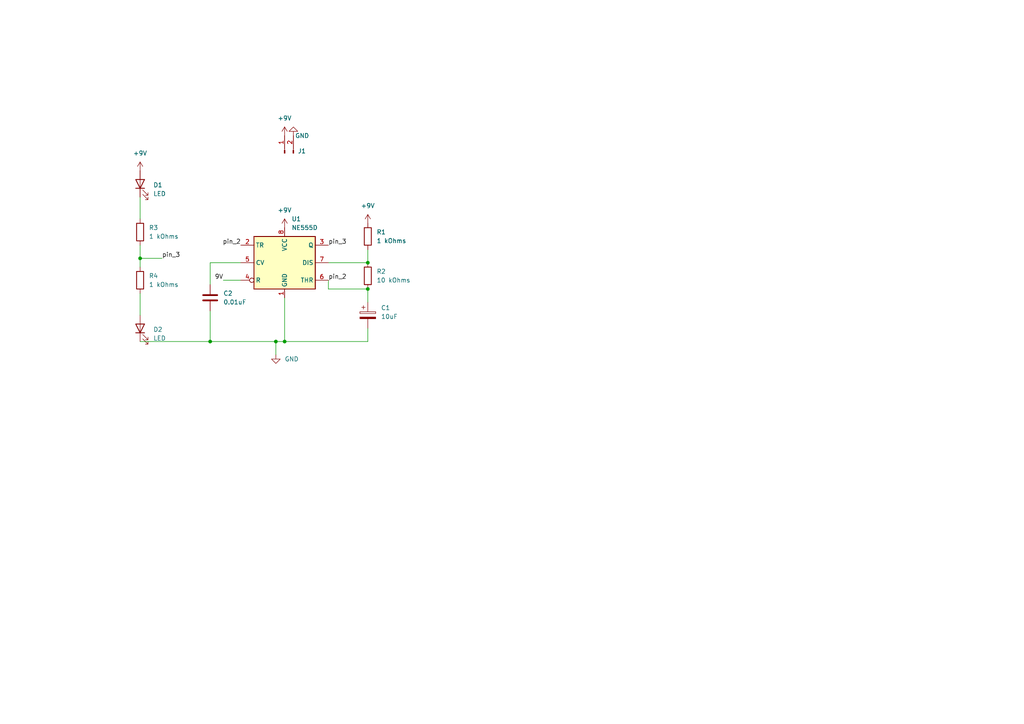
<source format=kicad_sch>
(kicad_sch (version 20211123) (generator eeschema)
  (paper "A4")
  (lib_symbols
    (symbol "Connector:Conn_01x02_Male" (pin_names (offset 1.016) hide)
      (property "Reference" "J" (at 0 2.54 0))
      (property "Value" "Conn_01x02_Male" (at 0 -5.08 0))
      (symbol "Conn_01x02_Male_1_1"
        (polyline (pts (xy 1.27 -2.54) (xy 0.8636 -2.54)) (stroke (width 0.1524)))
        (polyline (pts (xy 1.27 0) (xy 0.8636 0)) (stroke (width 0.1524)))
        (rectangle (start 0.8636 -2.413) (end 0 -2.667) (stroke (width 0.1524)) (fill (type outline)))
        (rectangle (start 0.8636 0.127) (end 0 -0.127) (stroke (width 0.1524)) (fill (type outline)))
        (pin passive line (at 5.08 0 180) (length 3.81) (name "Pin_1") (number "1"))
        (pin passive line (at 5.08 -2.54 180) (length 3.81) (name "Pin_2") (number "2"))
      )
    )
    (symbol "Device:C" (pin_numbers hide) (pin_names (offset 0.254))
      (property "Reference" "C" (at 0.635 2.54 0))
      (property "Value" "C" (at 0.635 -2.54 0))
      (symbol "C_0_1"
        (polyline (pts (xy -2.032 -0.762) (xy 2.032 -0.762)) (stroke (width 0.508)))
        (polyline (pts (xy -2.032 0.762) (xy 2.032 0.762)) (stroke (width 0.508)))
      )
      (symbol "C_1_1"
        (pin passive line (at 0 3.81 270) (length 2.794) (name "~") (number "1"))
        (pin passive line (at 0 -3.81 90) (length 2.794) (name "~") (number "2"))
      )
    )
    (symbol "Device:C_Polarized" (pin_numbers hide) (pin_names (offset 0.254))
      (property "Reference" "C" (at 0.635 2.54 0))
      (property "Value" "C_Polarized" (at 0.635 -2.54 0))
      (symbol "C_Polarized_0_1"
        (rectangle (start -2.286 0.508) (end 2.286 1.016))
        (polyline (pts (xy -1.778 2.286) (xy -0.762 2.286)))
        (polyline (pts (xy -1.27 2.794) (xy -1.27 1.778)))
        (rectangle (start 2.286 -0.508) (end -2.286 -1.016) (fill (type outline)))
      )
      (symbol "C_Polarized_1_1"
        (pin passive line (at 0 3.81 270) (length 2.794) (name "~") (number "1"))
        (pin passive line (at 0 -3.81 90) (length 2.794) (name "~") (number "2"))
      )
    )
    (symbol "Device:LED" (pin_numbers hide) (pin_names (offset 1.016) hide)
      (property "Reference" "D" (at 0 2.54 0))
      (property "Value" "LED" (at 0 -2.54 0))
      (symbol "LED_0_1"
        (polyline (pts (xy -1.27 -1.27) (xy -1.27 1.27)) (stroke (width 0.254)))
        (polyline (pts (xy -1.27 0) (xy 1.27 0)))
        (polyline (pts (xy 1.27 -1.27) (xy 1.27 1.27) (xy -1.27 0) (xy 1.27 -1.27)) (stroke (width 0.254)))
        (polyline (pts (xy -3.048 -0.762) (xy -4.572 -2.286) (xy -3.81 -2.286) (xy -4.572 -2.286) (xy -4.572 -1.524)))
        (polyline (pts (xy -1.778 -0.762) (xy -3.302 -2.286) (xy -2.54 -2.286) (xy -3.302 -2.286) (xy -3.302 -1.524)))
      )
      (symbol "LED_1_1"
        (pin passive line (at -3.81 0 0) (length 2.54) (name "K") (number "1"))
        (pin passive line (at 3.81 0 180) (length 2.54) (name "A") (number "2"))
      )
    )
    (symbol "Device:R" (pin_numbers hide) (pin_names (offset 0))
      (property "Reference" "R" (at 2.032 0 90))
      (property "Value" "R" (at 0 0 90))
      (symbol "R_0_1"
        (rectangle (start -1.016 -2.54) (end 1.016 2.54) (stroke (width 0.254)))
      )
      (symbol "R_1_1"
        (pin passive line (at 0 3.81 270) (length 1.27) (name "~") (number "1"))
        (pin passive line (at 0 -3.81 90) (length 1.27) (name "~") (number "2"))
      )
    )
    (symbol "Timer:NE555D"
      (property "Reference" "U" (at -10.16 8.89 0))
      (property "Value" "NE555D" (at 2.54 8.89 0))
      (symbol "NE555D_0_0"
        (pin power_in line (at 0 -10.16 90) (length 2.54) (name "GND") (number "1"))
        (pin power_in line (at 0 10.16 270) (length 2.54) (name "VCC") (number "8"))
      )
      (symbol "NE555D_0_1"
        (rectangle (start -8.89 -7.62) (end 8.89 7.62) (stroke (width 0.254)) (fill (type background)))
        (rectangle (start -8.89 -7.62) (end 8.89 7.62) (stroke (width 0.254)) (fill (type background)))
      )
      (symbol "NE555D_1_1"
        (pin input line (at -12.7 5.08 0) (length 3.81) (name "TR") (number "2"))
        (pin output line (at 12.7 5.08 180) (length 3.81) (name "Q") (number "3"))
        (pin input inverted (at -12.7 -5.08 0) (length 3.81) (name "R") (number "4"))
        (pin input line (at -12.7 0 0) (length 3.81) (name "CV") (number "5"))
        (pin input line (at 12.7 -5.08 180) (length 3.81) (name "THR") (number "6"))
        (pin input line (at 12.7 0 180) (length 3.81) (name "DIS") (number "7"))
      )
    )
    (symbol "power:+9V" (power) (pin_names (offset 0))
      (property "Value" "+9V" (at 0 3.556 0))
      (symbol "+9V_0_1"
        (polyline (pts (xy -0.762 1.27) (xy 0 2.54)))
        (polyline (pts (xy 0 0) (xy 0 2.54)))
        (polyline (pts (xy 0 2.54) (xy 0.762 1.27)))
      )
      (symbol "+9V_1_1"
        (pin power_in line (at 0 0 90) (length 0) hide (name "+9V") (number "1"))
      )
    )
    (symbol "power:GND" (power) (pin_names (offset 0))
      (property "Value" "GND" (at 0 -3.81 0))
      (symbol "GND_0_1"
        (polyline (pts (xy 0 0) (xy 0 -1.27) (xy 1.27 -1.27) (xy 0 -2.54) (xy -1.27 -1.27) (xy 0 -1.27)))
      )
      (symbol "GND_1_1"
        (pin power_in line (at 0 0 270) (length 0) hide (name "GND") (number "1"))
      )
    )
  )
  (junction (at 82.55 99.06))
  (junction (at 106.68 83.82))
  (junction (at 60.96 99.06))
  (junction (at 80.01 99.06))
  (junction (at 40.64 74.93))
  (junction (at 106.68 76.2))
  (wire (pts (xy 95.25 83.82) (xy 95.25 81.28)))
  (wire (pts (xy 106.68 72.39) (xy 106.68 76.2)))
  (wire (pts (xy 106.68 95.25) (xy 106.68 99.06)))
  (wire (pts (xy 60.96 99.06) (xy 80.01 99.06)))
  (wire (pts (xy 64.77 81.28) (xy 69.85 81.28)))
  (wire (pts (xy 82.55 99.06) (xy 106.68 99.06)))
  (wire (pts (xy 80.01 99.06) (xy 82.55 99.06)))
  (wire (pts (xy 40.64 74.93) (xy 40.64 77.47)))
  (wire (pts (xy 40.64 85.09) (xy 40.64 91.44)))
  (wire (pts (xy 106.68 83.82) (xy 95.25 83.82)))
  (wire (pts (xy 60.96 82.55) (xy 60.96 76.2)))
  (wire (pts (xy 106.68 83.82) (xy 106.68 87.63)))
  (wire (pts (xy 60.96 76.2) (xy 69.85 76.2)))
  (wire (pts (xy 60.96 90.17) (xy 60.96 99.06)))
  (wire (pts (xy 40.64 71.12) (xy 40.64 74.93)))
  (wire (pts (xy 40.64 74.93) (xy 46.99 74.93)))
  (wire (pts (xy 95.25 76.2) (xy 106.68 76.2)))
  (wire (pts (xy 40.64 57.15) (xy 40.64 63.5)))
  (wire (pts (xy 82.55 86.36) (xy 82.55 99.06)))
  (wire (pts (xy 80.01 99.06) (xy 80.01 102.87)))
  (wire (pts (xy 40.64 99.06) (xy 60.96 99.06)))
  (label "pin_2" (at 69.85 71.12 180))
  (label "pin_3" (at 46.99 74.93 0))
  (label "pin_2" (at 95.25 81.28 0))
  (label "pin_3" (at 95.25 71.12 0))
  (label "9V" (at 64.77 81.28 180))
  (symbol (lib_id "Device:C") (at 60.96 86.36 0) (unit 1)
    (property "Reference" "C2" (at 64.77 85.0899 0) (effects (justify left)))
    (property "Value" "0.01uF" (at 64.77 87.6299 0) (effects (justify left)))
    (property "Footprint" "Capacitor_SMD:C_0805_2012Metric_Pad1.18x1.45mm_HandSolder" (effects hide))
  )
  (symbol (lib_id "Device:R") (at 40.64 81.28 0) (unit 1)
    (property "Reference" "R4" (at 43.18 80.0099 0) (effects (justify left)))
    (property "Value" "1 kOhms" (at 43.18 82.5499 0) (effects (justify left)))
    (property "Footprint" "Resistor_SMD:R_0805_2012Metric_Pad1.20x1.40mm_HandSolder" (effects hide))
  )
  (symbol (lib_id "power:GND") (at 80.01 102.87 0) (unit 1)
    (property "Reference" "#PWR02" (effects hide))
    (property "Value" "GND" (at 82.55 104.1399 0) (effects (justify left)))
  )
  (symbol (lib_id "power:+9V") (at 40.64 49.53 0) (unit 1)
    (property "Reference" "#PWR01" (effects hide))
    (property "Value" "+9V" (at 40.64 44.45 0))
  )
  (symbol (lib_id "Device:R") (at 106.68 80.01 0) (unit 1)
    (property "Reference" "R2" (at 109.22 78.7399 0) (effects (justify left)))
    (property "Value" "10 kOhms" (at 109.22 81.2799 0) (effects (justify left)))
    (property "Footprint" "Resistor_SMD:R_0805_2012Metric_Pad1.20x1.40mm_HandSolder" (effects hide))
  )
  (symbol (lib_id "Device:R") (at 106.68 68.58 0) (unit 1)
    (property "Reference" "R1" (at 109.22 67.3099 0) (effects (justify left)))
    (property "Value" "1 kOhms" (at 109.22 69.8499 0) (effects (justify left)))
    (property "Footprint" "Resistor_SMD:R_0805_2012Metric_Pad1.20x1.40mm_HandSolder" (effects hide))
  )
  (symbol (lib_id "Timer:NE555D") (at 82.55 76.2 0) (unit 1)
    (property "Reference" "U1" (at 84.5694 63.5 0) (effects (justify left)))
    (property "Value" "NE555D" (at 84.5694 66.04 0) (effects (justify left)))
    (property "Footprint" "Package_SO:SOIC-8-1EP_3.9x4.9mm_P1.27mm_EP2.29x3mm" (effects hide))
    (property "Datasheet" "http://www.ti.com/lit/ds/symlink/ne555.pdf" (effects hide))
  )
  (symbol (lib_id "power:+9V") (at 82.55 66.04 0) (unit 1)
    (property "Reference" "#PWR04" (effects hide))
    (property "Value" "+9V" (at 82.55 60.96 0))
  )
  (symbol (lib_id "Connector:Conn_01x02_Male") (at 82.55 44.45 90) (unit 1)
    (property "Reference" "J1" (at 86.36 43.8149 90) (effects (justify right)))
    (property "Value" "+9V" (effects hide))
    (property "Footprint" "TerminalBlock:TerminalBlock_bornier-2_P5.08mm" (effects hide))
  )
  (symbol (lib_id "power:+9V") (at 106.68 64.77 0) (unit 1)
    (property "Reference" "#PWR06" (effects hide))
    (property "Value" "+9V" (at 106.68 59.69 0))
  )
  (symbol (lib_id "power:GND") (at 85.09 39.37 180) (unit 1)
    (property "Reference" "#PWR05" (effects hide))
    (property "Value" "GND" (at 87.63 39.37 0))
  )
  (symbol (lib_id "power:+9V") (at 82.55 39.37 0) (unit 1)
    (property "Reference" "#PWR03" (effects hide))
    (property "Value" "+9V" (at 82.55 34.29 0))
  )
  (symbol (lib_id "Device:LED") (at 40.64 53.34 90) (unit 1)
    (property "Reference" "D1" (at 44.45 53.6574 90) (effects (justify right)))
    (property "Value" "LED" (at 44.45 56.1974 90) (effects (justify right)))
    (property "Footprint" "LED_SMD:LED_1206_3216Metric_Pad1.42x1.75mm_HandSolder" (effects hide))
  )
  (symbol (lib_id "Device:LED") (at 40.64 95.25 90) (unit 1)
    (property "Reference" "D2" (at 44.45 95.5674 90) (effects (justify right)))
    (property "Value" "LED" (at 44.45 98.1074 90) (effects (justify right)))
    (property "Footprint" "LED_SMD:LED_1206_3216Metric_Pad1.42x1.75mm_HandSolder" (effects hide))
  )
  (symbol (lib_id "Device:R") (at 40.64 67.31 0) (unit 1)
    (property "Reference" "R3" (at 43.18 66.0399 0) (effects (justify left)))
    (property "Value" "1 kOhms" (at 43.18 68.5799 0) (effects (justify left)))
    (property "Footprint" "Resistor_SMD:R_0805_2012Metric_Pad1.20x1.40mm_HandSolder" (effects hide))
  )
  (symbol (lib_id "Device:C_Polarized") (at 106.68 91.44 0) (unit 1)
    (property "Reference" "C1" (at 110.49 89.2809 0) (effects (justify left)))
    (property "Value" "10uF" (at 110.49 91.8209 0) (effects (justify left)))
    (property "Footprint" "Capacitor_Tantalum_SMD:CP_EIA-3216-18_Kemet-A_Pad1.58x1.35mm_HandSolder" (effects hide))
  )
)
</source>
